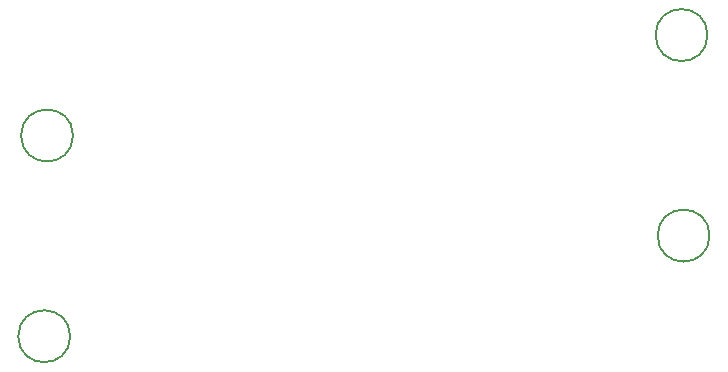
<source format=gbr>
%TF.GenerationSoftware,KiCad,Pcbnew,7.0.6*%
%TF.CreationDate,2023-09-19T12:27:46+07:00*%
%TF.ProjectId,dream,64726561-6d2e-46b6-9963-61645f706362,rev?*%
%TF.SameCoordinates,Original*%
%TF.FileFunction,Other,Comment*%
%FSLAX46Y46*%
G04 Gerber Fmt 4.6, Leading zero omitted, Abs format (unit mm)*
G04 Created by KiCad (PCBNEW 7.0.6) date 2023-09-19 12:27:46*
%MOMM*%
%LPD*%
G01*
G04 APERTURE LIST*
%ADD10C,0.150000*%
G04 APERTURE END LIST*
D10*
%TO.C,H20*%
X85320000Y37435000D02*
G75*
G03*
X85320000Y37435000I-2200000J0D01*
G01*
%TO.C,H21*%
X31600000Y28935000D02*
G75*
G03*
X31600000Y28935000I-2200000J0D01*
G01*
%TO.C,H22*%
X85490000Y20455000D02*
G75*
G03*
X85490000Y20455000I-2200000J0D01*
G01*
%TO.C,H19*%
X31360000Y11935000D02*
G75*
G03*
X31360000Y11935000I-2200000J0D01*
G01*
%TD*%
M02*

</source>
